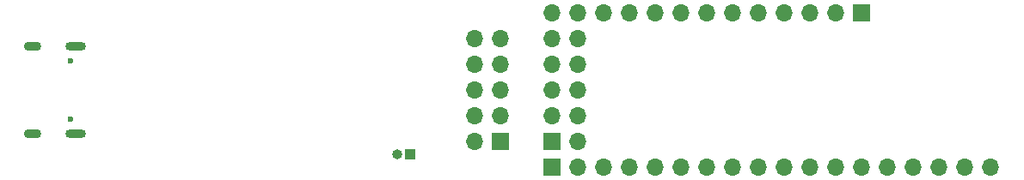
<source format=gbr>
%TF.GenerationSoftware,KiCad,Pcbnew,7.0.1*%
%TF.CreationDate,2023-04-05T22:14:53+02:00*%
%TF.ProjectId,rtl8762ckf-dev-board,72746c38-3736-4326-936b-662d6465762d,0.1.0*%
%TF.SameCoordinates,Original*%
%TF.FileFunction,Soldermask,Bot*%
%TF.FilePolarity,Negative*%
%FSLAX46Y46*%
G04 Gerber Fmt 4.6, Leading zero omitted, Abs format (unit mm)*
G04 Created by KiCad (PCBNEW 7.0.1) date 2023-04-05 22:14:53*
%MOMM*%
%LPD*%
G01*
G04 APERTURE LIST*
%ADD10C,0.600000*%
%ADD11O,2.000000X0.900000*%
%ADD12O,1.700000X0.900000*%
%ADD13R,1.700000X1.700000*%
%ADD14O,1.700000X1.700000*%
%ADD15R,1.000000X1.000000*%
%ADD16O,1.000000X1.000000*%
G04 APERTURE END LIST*
D10*
%TO.C,J7*%
X132895000Y-124110000D03*
X132895000Y-129890000D03*
D11*
X133375000Y-122680000D03*
D12*
X129205000Y-122680000D03*
D11*
X133375000Y-131320000D03*
D12*
X129205000Y-131320000D03*
%TD*%
D13*
%TO.C,J2*%
X175260000Y-132080000D03*
D14*
X172720000Y-132080000D03*
X175260000Y-129540000D03*
X172720000Y-129540000D03*
X175260000Y-127000000D03*
X172720000Y-127000000D03*
X175260000Y-124460000D03*
X172720000Y-124460000D03*
X175260000Y-121920000D03*
X172720000Y-121920000D03*
%TD*%
D13*
%TO.C,J3*%
X180340000Y-132080000D03*
D14*
X182880000Y-132080000D03*
X180340000Y-129540000D03*
X182880000Y-129540000D03*
X180340000Y-127000000D03*
X182880000Y-127000000D03*
X180340000Y-124460000D03*
X182880000Y-124460000D03*
X180340000Y-121920000D03*
X182880000Y-121920000D03*
%TD*%
D15*
%TO.C,J1*%
X166370000Y-133350000D03*
D16*
X165100000Y-133350000D03*
%TD*%
D13*
%TO.C,J4*%
X210820000Y-119380000D03*
D14*
X208280000Y-119380000D03*
X205740000Y-119380000D03*
X203200000Y-119380000D03*
X200660000Y-119380000D03*
X198120000Y-119380000D03*
X195580000Y-119380000D03*
X193040000Y-119380000D03*
X190500000Y-119380000D03*
X187960000Y-119380000D03*
X185420000Y-119380000D03*
X182880000Y-119380000D03*
X180340000Y-119380000D03*
%TD*%
D13*
%TO.C,J5*%
X180340000Y-134620000D03*
D14*
X182880000Y-134620000D03*
X185420000Y-134620000D03*
X187960000Y-134620000D03*
X190500000Y-134620000D03*
X193040000Y-134620000D03*
X195580000Y-134620000D03*
X198120000Y-134620000D03*
X200660000Y-134620000D03*
X203200000Y-134620000D03*
X205740000Y-134620000D03*
X208280000Y-134620000D03*
X210820000Y-134620000D03*
X213360000Y-134620000D03*
X215900000Y-134620000D03*
X218440000Y-134620000D03*
X220980000Y-134620000D03*
X223520000Y-134620000D03*
%TD*%
M02*

</source>
